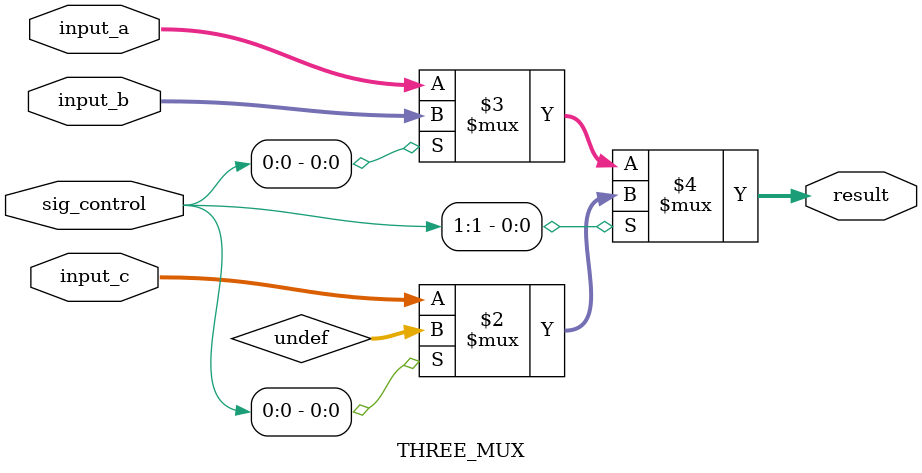
<source format=v>
/*
 * A 3-way multiplexor with a 2-bit control signal that gives the following
 * control-output mapping:
 * -----------------------
 * 00 -> input_a
 * 01 -> input_b
 * 10 -> input_c
 */
module THREE_MUX (
  input  wire [1:0]      sig_control,
  input  wire [size-1:0] input_a,
  input  wire [size-1:0] input_b,
  input  wire [size-1:0] input_c,
  output wire [size-1:0] result
  );

  parameter size = 32;

  // Used to output undefined value
  reg [size-1:0] undef;

  assign result = sig_control[1] ? (sig_control[0] == 1 ? undef : input_c) : (sig_control[0] ? input_b : input_a);

endmodule

</source>
